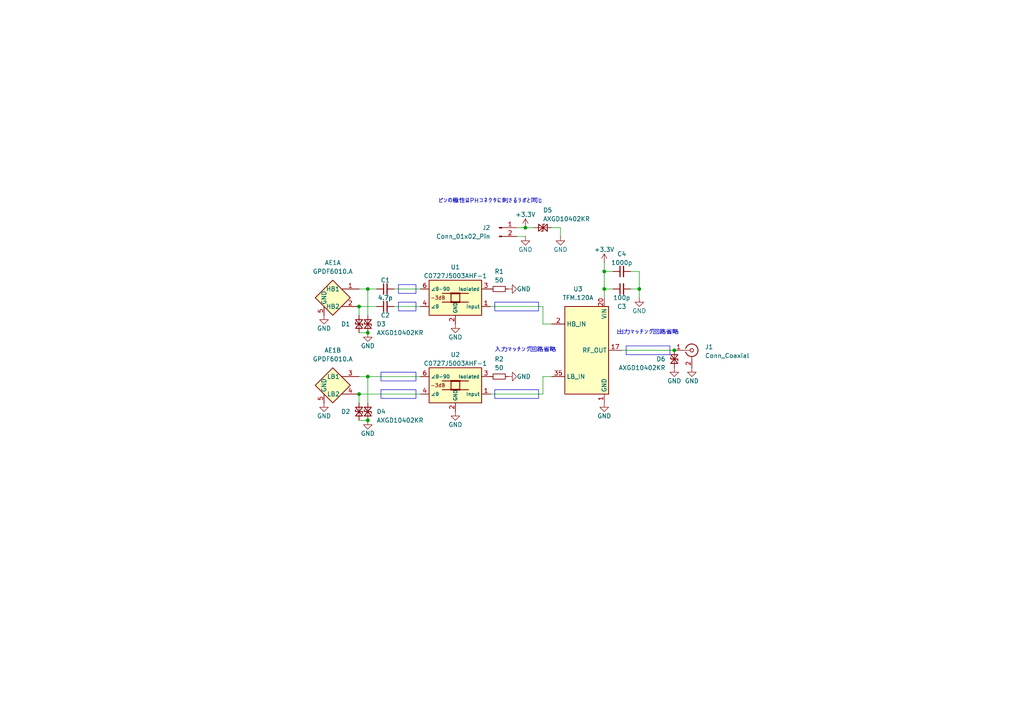
<source format=kicad_sch>
(kicad_sch (version 20231120) (generator "eeschema") (generator_version "8.0")
  (paper "A4")
  (lib_symbols
    (symbol "Connector:Conn_01x02_Pin" (pin_names (offset 1.016) hide)
      (property "Reference" "J" (at 0 2.54 0))
      (property "Value" "Conn_01x02_Pin" (at 0 -5.08 0))
      (symbol "Conn_01x02_Pin_1_1"
        (polyline (pts (xy 1.27 -2.54) (xy 0.8636 -2.54)) (stroke (width 0.1524)))
        (polyline (pts (xy 1.27 0) (xy 0.8636 0)) (stroke (width 0.1524)))
        (rectangle (start 0.8636 -2.413) (end 0 -2.667) (stroke (width 0.1524)) (fill (type outline)))
        (rectangle (start 0.8636 0.127) (end 0 -0.127) (stroke (width 0.1524)) (fill (type outline)))
        (pin passive line (at 5.08 0 180) (length 3.81) (name "Pin_1") (number "1"))
        (pin passive line (at 5.08 -2.54 180) (length 3.81) (name "Pin_2") (number "2"))
      )
    )
    (symbol "Connector:Conn_Coaxial" (pin_names (offset 1.016) hide)
      (property "Reference" "J" (at 0.254 3.048 0))
      (property "Value" "Conn_Coaxial" (at 2.921 0 90))
      (symbol "Conn_Coaxial_0_1"
        (arc (start -1.778 -0.508) (mid 0.2311 -1.8066) (end 1.778 0) (stroke (width 0.254)))
        (polyline (pts (xy -2.54 0) (xy -0.508 0)))
        (polyline (pts (xy 0 -2.54) (xy 0 -1.778)))
        (circle (center 0 0) (radius 0.508) (stroke (width 0.2032)))
        (arc (start 1.778 0) (mid 0.2099 1.8101) (end -1.778 0.508) (stroke (width 0.254)))
      )
      (symbol "Conn_Coaxial_1_1"
        (pin passive line (at -5.08 0 0) (length 2.54) (name "In") (number "1"))
        (pin passive line (at 0 -5.08 90) (length 2.54) (name "Ext") (number "2"))
      )
    )
    (symbol "Device:C_Small" (pin_numbers hide) (pin_names (offset 0.254) hide)
      (property "Reference" "C" (at 0.254 1.778 0))
      (property "Value" "C_Small" (at 0.254 -2.032 0))
      (symbol "C_Small_0_1"
        (polyline (pts (xy -1.524 -0.508) (xy 1.524 -0.508)) (stroke (width 0.3302)))
        (polyline (pts (xy -1.524 0.508) (xy 1.524 0.508)) (stroke (width 0.3048)))
      )
      (symbol "C_Small_1_1"
        (pin passive line (at 0 2.54 270) (length 2.032) (name "~") (number "1"))
        (pin passive line (at 0 -2.54 90) (length 2.032) (name "~") (number "2"))
      )
    )
    (symbol "Device:D_TVS_Small" (pin_numbers hide) (pin_names (offset 1.016) hide)
      (property "Reference" "D" (at 0 2.54 0))
      (property "Value" "D_TVS_Small" (at 0 -2.54 0))
      (symbol "D_TVS_Small_0_1"
        (polyline (pts (xy -1.27 0) (xy 1.27 0)))
        (polyline (pts (xy 0.508 1.016) (xy 0 1.016) (xy 0 -1.016) (xy -0.508 -1.016)) (stroke (width 0.254)))
        (polyline (pts (xy -1.27 1.016) (xy -1.27 -1.016) (xy 1.27 1.016) (xy 1.27 -1.016) (xy -1.27 1.016)) (stroke (width 0.254)))
      )
      (symbol "D_TVS_Small_1_1"
        (pin passive line (at -2.54 0 0) (length 1.27) (name "A1") (number "1"))
        (pin passive line (at 2.54 0 180) (length 1.27) (name "A2") (number "2"))
      )
    )
    (symbol "Device:R_Small" (pin_numbers hide) (pin_names (offset 0.254) hide)
      (property "Reference" "R" (at 0.762 0.508 0))
      (property "Value" "R_Small" (at 0.762 -1.016 0))
      (symbol "R_Small_0_1"
        (rectangle (start -0.762 1.778) (end 0.762 -1.778) (stroke (width 0.2032)))
      )
      (symbol "R_Small_1_1"
        (pin passive line (at 0 2.54 270) (length 0.762) (name "~") (number "1"))
        (pin passive line (at 0 -2.54 90) (length 0.762) (name "~") (number "2"))
      )
    )
    (symbol "RF_Antenna_extlib:GPDF6010.A"
      (property "Reference" "AE" (at 0 10.16 0))
      (property "Value" "GPDF6010.A" (at 0 7.62 0))
      (symbol "GPDF6010.A_0_1"
        (polyline (pts (xy 5.08 0) (xy 0 -5.08) (xy -5.08 0) (xy 0 5.08) (xy 5.08 0)) (stroke (width 0.254)) (fill (type background)))
      )
      (symbol "GPDF6010.A_1_1"
        (pin passive line (at 7.62 2.54 180) (length 5.08) (name "HB1") (number "1"))
        (pin passive line (at 7.62 -2.54 180) (length 5.08) (name "HB2") (number "2"))
        (pin passive line (at -2.54 -5.08 90) (length 2.54) (name "GND") (number "5"))
      )
      (symbol "GPDF6010.A_2_1"
        (pin passive line (at 7.62 2.54 180) (length 5.08) (name "LB1") (number "3"))
        (pin passive line (at 7.62 -2.54 180) (length 5.08) (name "LB2") (number "4"))
        (pin passive line (at -2.54 -5.08 90) (length 2.54) (name "GND") (number "5"))
      )
    )
    (symbol "RF_Converter_extlib:C0727J5003AHF-1"
      (property "Reference" "U" (at -6.35 6.35 0))
      (property "Value" "C0727J5003AHF-1" (at 5.08 6.35 0))
      (symbol "C0727J5003AHF-1_0_1"
        (rectangle (start -7.62 5.08) (end 7.62 -5.08) (stroke (width 0.254)) (fill (type background)))
      )
      (symbol "C0727J5003AHF-1_1_1"
        (polyline (pts (xy -1.27 -1.27) (xy 1.27 -1.27)) (stroke (width 0.508)))
        (polyline (pts (xy -1.27 1.27) (xy 1.27 1.27)) (stroke (width 0.508)))
        (polyline (pts (xy -3.81 -1.27) (xy -1.27 -1.27) (xy -1.27 1.27) (xy -3.81 1.27)) (stroke (width 0.254)))
        (polyline (pts (xy 3.81 1.27) (xy 1.27 1.27) (xy 1.27 -1.27) (xy 3.81 -1.27)) (stroke (width 0.254)))
        (text "-3dB" (at 5.08 0 0) (effects (font (size 1.016 1.016))))
        (pin input line (at -10.16 -2.54 0) (length 2.54) (name "Input") (number "1"))
        (pin power_in line (at 0 -7.62 90) (length 2.54) (name "GND") (number "2"))
        (pin output line (at -10.16 2.54 0) (length 2.54) (name "Isolated") (number "3"))
        (pin output line (at 10.16 -2.54 180) (length 2.54) (name "∠θ") (number "4"))
        (pin passive line (at 0 -7.62 90) (length 2.54) hide (name "GND") (number "5"))
        (pin output line (at 10.16 2.54 180) (length 2.54) (name "∠θ-90") (number "6"))
      )
    )
    (symbol "RF_FEM_extlib:TFM.120A"
      (property "Reference" "U" (at -5.08 16.51 0))
      (property "Value" "TFM.120A" (at -1.27 13.97 0))
      (symbol "TFM.120A_1_1"
        (rectangle (start -6.35 12.7) (end 6.35 -12.7) (stroke (width 0.254)) (fill (type background)))
        (pin power_in line (at 5.08 -15.24 90) (length 2.54) (name "GND") (number "1"))
        (pin passive line (at 5.08 -15.24 90) (length 2.54) hide (name "GND") (number "10"))
        (pin passive line (at 5.08 -15.24 90) (length 2.54) hide (name "GND") (number "11"))
        (pin passive line (at 5.08 -15.24 90) (length 2.54) hide (name "GND") (number "12"))
        (pin passive line (at 5.08 -15.24 90) (length 2.54) hide (name "GND") (number "13"))
        (pin passive line (at 5.08 -15.24 90) (length 2.54) hide (name "GND") (number "14"))
        (pin passive line (at 5.08 -15.24 90) (length 2.54) hide (name "GND") (number "15"))
        (pin passive line (at 5.08 -15.24 90) (length 2.54) hide (name "GND") (number "16"))
        (pin output line (at 10.16 0 180) (length 3.81) (name "RF_OUT") (number "17"))
        (pin passive line (at 5.08 -15.24 90) (length 2.54) hide (name "GND") (number "18"))
        (pin passive line (at 5.08 -15.24 90) (length 2.54) hide (name "GND") (number "19"))
        (pin input line (at -10.16 7.62 0) (length 3.81) (name "HB_IN") (number "2"))
        (pin power_in line (at 5.08 15.24 270) (length 2.54) (name "VIN") (number "20"))
        (pin passive line (at 5.08 -15.24 90) (length 2.54) hide (name "GND") (number "21"))
        (pin passive line (at 5.08 -15.24 90) (length 2.54) hide (name "GND") (number "22"))
        (pin passive line (at 5.08 -15.24 90) (length 2.54) hide (name "GND") (number "23"))
        (pin passive line (at 5.08 -15.24 90) (length 2.54) hide (name "GND") (number "24"))
        (pin passive line (at 5.08 -15.24 90) (length 2.54) hide (name "GND") (number "25"))
        (pin passive line (at 5.08 -15.24 90) (length 2.54) hide (name "GND") (number "26"))
        (pin passive line (at 5.08 -15.24 90) (length 2.54) hide (name "GND") (number "27"))
        (pin passive line (at 5.08 -15.24 90) (length 2.54) hide (name "GND") (number "28"))
        (pin passive line (at 5.08 -15.24 90) (length 2.54) hide (name "GND") (number "29"))
        (pin passive line (at 5.08 -15.24 90) (length 2.54) hide (name "GND") (number "3"))
        (pin passive line (at 5.08 -15.24 90) (length 2.54) hide (name "GND") (number "30"))
        (pin passive line (at 5.08 -15.24 90) (length 2.54) hide (name "GND") (number "31"))
        (pin passive line (at 5.08 -15.24 90) (length 2.54) hide (name "GND") (number "32"))
        (pin passive line (at 5.08 -15.24 90) (length 2.54) hide (name "GND") (number "33"))
        (pin passive line (at 5.08 -15.24 90) (length 2.54) hide (name "GND") (number "34"))
        (pin input line (at -10.16 -7.62 0) (length 3.81) (name "LB_IN") (number "35"))
        (pin passive line (at 5.08 -15.24 90) (length 2.54) hide (name "GND") (number "36"))
        (pin passive line (at 5.08 -15.24 90) (length 2.54) hide (name "GND") (number "4"))
        (pin passive line (at 5.08 -15.24 90) (length 2.54) hide (name "GND") (number "5"))
        (pin passive line (at 5.08 -15.24 90) (length 2.54) hide (name "GND") (number "6"))
        (pin passive line (at 5.08 -15.24 90) (length 2.54) hide (name "GND") (number "7"))
        (pin passive line (at 5.08 -15.24 90) (length 2.54) hide (name "GND") (number "8"))
        (pin passive line (at 5.08 -15.24 90) (length 2.54) hide (name "GND") (number "9"))
      )
    )
    (symbol "power:+3.3V" (power) (pin_numbers hide) (pin_names (offset 0) hide)
      (property "Value" "+3.3V" (at 0 3.556 0))
      (symbol "+3.3V_0_1"
        (polyline (pts (xy -0.762 1.27) (xy 0 2.54)))
        (polyline (pts (xy 0 0) (xy 0 2.54)))
        (polyline (pts (xy 0 2.54) (xy 0.762 1.27)))
      )
      (symbol "+3.3V_1_1"
        (pin power_in line (at 0 0 90) (length 0) (name "~") (number "1"))
      )
    )
    (symbol "power:GND" (power) (pin_numbers hide) (pin_names (offset 0) hide)
      (property "Value" "GND" (at 0 -3.81 0))
      (symbol "GND_0_1"
        (polyline (pts (xy 0 0) (xy 0 -1.27) (xy 1.27 -1.27) (xy 0 -2.54) (xy -1.27 -1.27) (xy 0 -1.27)))
      )
      (symbol "GND_1_1"
        (pin power_in line (at 0 0 270) (length 0) (name "~") (number "1"))
      )
    )
  )
  (junction (at 175.26 83.82))
  (junction (at 152.4 66.04))
  (junction (at 175.26 78.74))
  (junction (at 106.68 109.22))
  (junction (at 195.58 101.6))
  (junction (at 106.68 83.82))
  (junction (at 104.14 114.3))
  (junction (at 185.42 83.82))
  (junction (at 106.68 121.92))
  (junction (at 106.68 96.52))
  (junction (at 104.14 88.9))
  (wire (pts (xy 182.88 78.74) (xy 185.42 78.74)))
  (wire (pts (xy 104.14 114.3) (xy 104.14 116.84)))
  (wire (pts (xy 157.48 88.9) (xy 157.48 93.98)))
  (wire (pts (xy 162.56 66.04) (xy 162.56 68.58)))
  (wire (pts (xy 157.48 109.22) (xy 160.02 109.22)))
  (wire (pts (xy 157.48 114.3) (xy 157.48 109.22)))
  (wire (pts (xy 175.26 83.82) (xy 177.8 83.82)))
  (wire (pts (xy 185.42 83.82) (xy 182.88 83.82)))
  (wire (pts (xy 185.42 86.36) (xy 185.42 83.82)))
  (wire (pts (xy 160.02 66.04) (xy 162.56 66.04)))
  (wire (pts (xy 104.14 109.22) (xy 106.68 109.22)))
  (wire (pts (xy 175.26 76.2) (xy 175.26 78.74)))
  (wire (pts (xy 149.86 68.58) (xy 152.4 68.58)))
  (wire (pts (xy 142.24 114.3) (xy 157.48 114.3)))
  (wire (pts (xy 106.68 83.82) (xy 106.68 91.44)))
  (wire (pts (xy 104.14 96.52) (xy 106.68 96.52)))
  (wire (pts (xy 180.34 101.6) (xy 195.58 101.6)))
  (wire (pts (xy 104.14 121.92) (xy 106.68 121.92)))
  (wire (pts (xy 157.48 93.98) (xy 160.02 93.98)))
  (wire (pts (xy 104.14 83.82) (xy 106.68 83.82)))
  (wire (pts (xy 114.3 83.82) (xy 121.92 83.82)))
  (wire (pts (xy 175.26 83.82) (xy 175.26 86.36)))
  (wire (pts (xy 106.68 83.82) (xy 109.22 83.82)))
  (wire (pts (xy 149.86 66.04) (xy 152.4 66.04)))
  (wire (pts (xy 106.68 109.22) (xy 121.92 109.22)))
  (wire (pts (xy 175.26 78.74) (xy 177.8 78.74)))
  (wire (pts (xy 175.26 78.74) (xy 175.26 83.82)))
  (wire (pts (xy 104.14 88.9) (xy 104.14 91.44)))
  (wire (pts (xy 185.42 78.74) (xy 185.42 83.82)))
  (wire (pts (xy 114.3 88.9) (xy 121.92 88.9)))
  (wire (pts (xy 104.14 114.3) (xy 121.92 114.3)))
  (wire (pts (xy 104.14 88.9) (xy 109.22 88.9)))
  (wire (pts (xy 106.68 109.22) (xy 106.68 116.84)))
  (wire (pts (xy 152.4 66.04) (xy 154.94 66.04)))
  (wire (pts (xy 142.24 88.9) (xy 157.48 88.9)))
  (rectangle (start 143.51 87.63) (end 156.21 90.17))
  (rectangle (start 115.57 82.55) (end 120.65 85.09))
  (rectangle (start 110.49 113.03) (end 120.65 115.57))
  (rectangle (start 115.57 87.63) (end 120.65 90.17))
  (rectangle (start 110.49 107.95) (end 120.65 110.49))
  (rectangle (start 143.51 113.03) (end 156.21 115.57))
  (rectangle (start 181.61 100.33) (end 194.31 102.87))
  (text "ピンの極性はPHコネクタに刺さるリポと同じ" (at 142.24 58.42 0) (effects (font (size 1.27 1.27))))
  (text "出力マッチング回路省略" (at 187.96 96.52 0) (effects (font (size 1.27 1.27))))
  (text "入力マッチング回路省略" (at 152.4 101.6 0) (effects (font (size 1.27 1.27))))
  (symbol (lib_id "Device:C_Small") (at 180.34 83.82 90) (unit 1)
    (property "Reference" "C3" (at 180.34 88.9 90))
    (property "Value" "100p" (at 180.34 86.36 90))
    (property "Footprint" "Capacitor_SMD_extlib:C_Murata_xxx15_0402_1005Metric_1.0x0.5mm" (effects (hide yes)))
    (property "Description" "Unpolarized capacitor, small symbol" (effects (hide yes)))
  )
  (symbol (lib_id "Device:R_Small") (at 144.78 83.82 90) (unit 1)
    (property "Reference" "R1" (at 144.78 78.74 90))
    (property "Value" "50" (at 144.78 81.28 90))
    (property "Footprint" "Resistor_SMD:R_0402_1005Metric" (effects (hide yes)))
    (property "Description" "Resistor, small symbol" (effects (hide yes)))
  )
  (symbol (lib_id "Device:D_TVS_Small") (at 106.68 93.98 90) (unit 1)
    (property "Reference" "D3" (at 109.22 93.98 90) (effects (justify right)))
    (property "Value" "AXGD10402KR" (at 109.22 96.52 90) (effects (justify right)))
    (property "Footprint" "Diode_SMD_extlib:D_Littelfuse_AXGD10402KR_0402_1005Metric_1.02x0.51mm" (effects (hide yes)))
    (property "Description" "Bidirectional transient-voltage-suppression diode, small symbol" (effects (hide yes)))
  )
  (symbol (lib_id "Connector:Conn_Coaxial") (at 200.66 101.6 0) (unit 1)
    (property "Reference" "J1" (at 204.47 100.6231 0) (effects (justify left)))
    (property "Value" "Conn_Coaxial" (at 204.47 103.1631 0) (effects (justify left)))
    (property "Footprint" "Connector_Coaxial:U.FL_Hirose_U.FL-R-SMT-1_Vertical" (effects (hide yes)))
    (property "Description" "coaxial connector (BNC, SMA, SMB, SMC, Cinch/RCA, LEMO, ...)" (effects (hide yes)))
  )
  (symbol (lib_id "Device:D_TVS_Small") (at 157.48 66.04 180) (unit 1)
    (property "Reference" "D5" (at 157.48 60.96 0) (effects (justify right)))
    (property "Value" "AXGD10402KR" (at 157.48 63.5 0) (effects (justify right)))
    (property "Footprint" "Diode_SMD_extlib:D_Littelfuse_AXGD10402KR_0402_1005Metric_1.02x0.51mm" (effects (hide yes)))
    (property "Description" "Bidirectional transient-voltage-suppression diode, small symbol" (effects (hide yes)))
  )
  (symbol (lib_id "RF_Converter_extlib:C0727J5003AHF-1") (at 132.08 86.36 0) (mirror y) (unit 1)
    (property "Reference" "U1" (at 132.08 77.47 0))
    (property "Value" "C0727J5003AHF-1" (at 132.08 80.01 0))
    (property "Footprint" "RF_Converter_extlib:Xinger_0805_2012Metric-6_Pad0.33x0.35mm" (effects (hide yes)))
    (property "Datasheet" "https://cdn.ttm.com/repository/products/wireless-xinger/3db-hybrid-couplers/C0727J5003AHF/C0727J5003AHF.pdf" (effects (hide yes)))
    (property "Description" "0.70-2.70GHz 3dB 90deg Hybrid Coupler, Xinger 0805" (effects (hide yes)))
  )
  (symbol (lib_id "power:GND") (at 106.68 121.92 0) (unit 1)
    (property "Reference" "#PWR04" (effects (hide yes)))
    (property "Value" "GND" (at 106.68 125.73 0))
    (property "Description" "Power symbol creates a global label with name \"GND\" , ground" (effects (hide yes)))
  )
  (symbol (lib_id "Device:D_TVS_Small") (at 195.58 104.14 90) (unit 1)
    (property "Reference" "D6" (at 193.04 104.14 90) (effects (justify left)))
    (property "Value" "AXGD10402KR" (at 193.04 106.68 90) (effects (justify left)))
    (property "Footprint" "Diode_SMD_extlib:D_Littelfuse_AXGD10402KR_0402_1005Metric_1.02x0.51mm" (effects (hide yes)))
    (property "Description" "Bidirectional transient-voltage-suppression diode, small symbol" (effects (hide yes)))
  )
  (symbol (lib_id "power:GND") (at 93.98 116.84 0) (unit 1)
    (property "Reference" "#PWR02" (effects (hide yes)))
    (property "Value" "GND" (at 93.98 120.65 0))
    (property "Description" "Power symbol creates a global label with name \"GND\" , ground" (effects (hide yes)))
  )
  (symbol (lib_id "Device:D_TVS_Small") (at 106.68 119.38 90) (unit 1)
    (property "Reference" "D4" (at 109.22 119.38 90) (effects (justify right)))
    (property "Value" "AXGD10402KR" (at 109.22 121.92 90) (effects (justify right)))
    (property "Footprint" "Diode_SMD_extlib:D_Littelfuse_AXGD10402KR_0402_1005Metric_1.02x0.51mm" (effects (hide yes)))
    (property "Description" "Bidirectional transient-voltage-suppression diode, small symbol" (effects (hide yes)))
  )
  (symbol (lib_id "power:GND") (at 147.32 83.82 90) (unit 1)
    (property "Reference" "#PWR07" (effects (hide yes)))
    (property "Value" "GND" (at 149.86 83.82 90) (effects (justify right)))
    (property "Description" "Power symbol creates a global label with name \"GND\" , ground" (effects (hide yes)))
  )
  (symbol (lib_id "power:+3.3V") (at 175.26 76.2 0) (unit 1)
    (property "Reference" "#PWR010" (effects (hide yes)))
    (property "Value" "+3.3V" (at 175.26 72.39 0))
    (property "Description" "Power symbol creates a global label with name \"+3.3V\"" (effects (hide yes)))
  )
  (symbol (lib_id "power:GND") (at 147.32 109.22 90) (unit 1)
    (property "Reference" "#PWR08" (effects (hide yes)))
    (property "Value" "GND" (at 149.86 109.22 90) (effects (justify right)))
    (property "Description" "Power symbol creates a global label with name \"GND\" , ground" (effects (hide yes)))
  )
  (symbol (lib_id "power:+3.3V") (at 152.4 66.04 0) (unit 1)
    (property "Reference" "#PWR013" (effects (hide yes)))
    (property "Value" "+3.3V" (at 152.4 62.23 0))
    (property "Description" "Power symbol creates a global label with name \"+3.3V\"" (effects (hide yes)))
  )
  (symbol (lib_id "Device:D_TVS_Small") (at 104.14 93.98 270) (unit 1)
    (property "Reference" "D1" (at 101.6 93.98 90) (effects (justify right)))
    (property "Value" "AXGD10402KR" (effects (hide yes)))
    (property "Footprint" "Diode_SMD_extlib:D_Littelfuse_AXGD10402KR_0402_1005Metric_1.02x0.51mm" (effects (hide yes)))
    (property "Description" "Bidirectional transient-voltage-suppression diode, small symbol" (effects (hide yes)))
  )
  (symbol (lib_id "power:GND") (at 195.58 106.68 0) (unit 1)
    (property "Reference" "#PWR016" (effects (hide yes)))
    (property "Value" "GND" (at 195.58 110.49 0))
    (property "Description" "Power symbol creates a global label with name \"GND\" , ground" (effects (hide yes)))
  )
  (symbol (lib_id "Device:R_Small") (at 144.78 109.22 90) (unit 1)
    (property "Reference" "R2" (at 144.78 104.14 90))
    (property "Value" "50" (at 144.78 106.68 90))
    (property "Footprint" "Resistor_SMD:R_0402_1005Metric" (effects (hide yes)))
    (property "Description" "Resistor, small symbol" (effects (hide yes)))
  )
  (symbol (lib_id "RF_FEM_extlib:TFM.120A") (at 170.18 101.6 0) (unit 1)
    (property "Reference" "U3" (at 167.64 83.82 0))
    (property "Value" "TFM.120A" (at 167.64 86.36 0))
    (property "Footprint" "RF_FEM_extlib:Taoglas_TFM.120A_GNSS" (effects (hide yes)))
    (property "Datasheet" "https://www.taoglas.com/product/smd-gnss-front-end-multiband-gnss-lband/" (effects (hide yes)))
    (property "Description" "Surface Mount GNSS front end covering the full Multiband GNSS Spectrum including L-Band" (effects (hide yes)))
  )
  (symbol (lib_id "Device:C_Small") (at 111.76 83.82 90) (unit 1)
    (property "Reference" "C1" (at 111.76 81.28 90))
    (property "Value" "4.7p" (at 111.76 86.36 90))
    (property "Footprint" "Capacitor_SMD_extlib:C_Murata_xxx15_0402_1005Metric_1.0x0.5mm" (effects (hide yes)))
    (property "Description" "Unpolarized capacitor, small symbol" (effects (hide yes)))
  )
  (symbol (lib_id "power:GND") (at 175.26 116.84 0) (unit 1)
    (property "Reference" "#PWR09" (effects (hide yes)))
    (property "Value" "GND" (at 175.26 120.65 0))
    (property "Description" "Power symbol creates a global label with name \"GND\" , ground" (effects (hide yes)))
  )
  (symbol (lib_id "Device:C_Small") (at 180.34 78.74 90) (unit 1)
    (property "Reference" "C4" (at 180.34 73.66 90))
    (property "Value" "1000p" (at 180.34 76.2 90))
    (property "Footprint" "Capacitor_SMD_extlib:C_Murata_xxx15_0402_1005Metric_1.0x0.5mm" (effects (hide yes)))
    (property "Description" "Unpolarized capacitor, small symbol" (effects (hide yes)))
  )
  (symbol (lib_id "RF_Converter_extlib:C0727J5003AHF-1") (at 132.08 111.76 0) (mirror y) (unit 1)
    (property "Reference" "U2" (at 132.08 102.87 0))
    (property "Value" "C0727J5003AHF-1" (at 132.08 105.41 0))
    (property "Footprint" "RF_Converter_extlib:Xinger_0805_2012Metric-6_Pad0.33x0.35mm" (effects (hide yes)))
    (property "Datasheet" "https://cdn.ttm.com/repository/products/wireless-xinger/3db-hybrid-couplers/C0727J5003AHF/C0727J5003AHF.pdf" (effects (hide yes)))
    (property "Description" "0.70-2.70GHz 3dB 90deg Hybrid Coupler, Xinger 0805" (effects (hide yes)))
  )
  (symbol (lib_id "Device:C_Small") (at 111.76 88.9 90) (mirror x) (unit 1)
    (property "Reference" "C2" (at 111.76 91.44 90))
    (property "Value" "4.7p" (at 111.76 86.36 90))
    (property "Footprint" "Capacitor_SMD_extlib:C_Murata_xxx15_0402_1005Metric_1.0x0.5mm" (effects (hide yes)))
    (property "Description" "Unpolarized capacitor, small symbol" (effects (hide yes)))
  )
  (symbol (lib_id "Device:D_TVS_Small") (at 104.14 119.38 270) (unit 1)
    (property "Reference" "D2" (at 101.6 119.38 90) (effects (justify right)))
    (property "Value" "AXGD10402KR" (effects (hide yes)))
    (property "Footprint" "Diode_SMD_extlib:D_Littelfuse_AXGD10402KR_0402_1005Metric_1.02x0.51mm" (effects (hide yes)))
    (property "Description" "Bidirectional transient-voltage-suppression diode, small symbol" (effects (hide yes)))
  )
  (symbol (lib_id "power:GND") (at 152.4 68.58 0) (unit 1)
    (property "Reference" "#PWR014" (effects (hide yes)))
    (property "Value" "GND" (at 152.4 72.39 0))
    (property "Description" "Power symbol creates a global label with name \"GND\" , ground" (effects (hide yes)))
  )
  (symbol (lib_id "power:GND") (at 106.68 96.52 0) (unit 1)
    (property "Reference" "#PWR03" (effects (hide yes)))
    (property "Value" "GND" (at 106.68 100.33 0))
    (property "Description" "Power symbol creates a global label with name \"GND\" , ground" (effects (hide yes)))
  )
  (symbol (lib_id "power:GND") (at 162.56 68.58 0) (unit 1)
    (property "Reference" "#PWR015" (effects (hide yes)))
    (property "Value" "GND" (at 162.56 72.39 0))
    (property "Description" "Power symbol creates a global label with name \"GND\" , ground" (effects (hide yes)))
  )
  (symbol (lib_id "power:GND") (at 185.42 86.36 0) (unit 1)
    (property "Reference" "#PWR011" (effects (hide yes)))
    (property "Value" "GND" (at 185.42 90.17 0))
    (property "Description" "Power symbol creates a global label with name \"GND\" , ground" (effects (hide yes)))
  )
  (symbol (lib_id "power:GND") (at 93.98 91.44 0) (unit 1)
    (property "Reference" "#PWR01" (effects (hide yes)))
    (property "Value" "GND" (at 93.98 95.25 0))
    (property "Description" "Power symbol creates a global label with name \"GND\" , ground" (effects (hide yes)))
  )
  (symbol (lib_id "power:GND") (at 132.08 93.98 0) (unit 1)
    (property "Reference" "#PWR05" (effects (hide yes)))
    (property "Value" "GND" (at 132.08 97.79 0))
    (property "Description" "Power symbol creates a global label with name \"GND\" , ground" (effects (hide yes)))
  )
  (symbol (lib_id "RF_Antenna_extlib:GPDF6010.A") (at 96.52 86.36 0) (unit 1)
    (property "Reference" "AE1" (at 96.52 76.2 0))
    (property "Value" "GPDF6010.A" (at 96.52 78.74 0))
    (property "Footprint" "RF_Antenna_extlib:Taoglas_GPDF6010.A_GNSS" (effects (hide yes)))
    (property "Datasheet" "https://www.taoglas.com/datasheets/GPDF6010.A.pdf" (effects (hide yes)))
    (property "Description" "Passive All-band High Precision GNSS Stacked Dual Pin Dual Feed Patch Antenna" (effects (hide yes)))
  )
  (symbol (lib_id "Connector:Conn_01x02_Pin") (at 144.78 66.04 0) (unit 1)
    (property "Reference" "J2" (at 142.24 66.04 0) (effects (justify right)))
    (property "Value" "Conn_01x02_Pin" (at 142.24 68.58 0) (effects (justify right)))
    (property "Footprint" "Connector_PinHeader_2.54mm:PinHeader_1x02_P2.54mm_Vertical" (effects (hide yes)))
    (property "Description" "Generic connector, single row, 01x02, script generated" (effects (hide yes)))
  )
  (symbol (lib_id "power:GND") (at 132.08 119.38 0) (unit 1)
    (property "Reference" "#PWR06" (effects (hide yes)))
    (property "Value" "GND" (at 132.08 123.19 0))
    (property "Description" "Power symbol creates a global label with name \"GND\" , ground" (effects (hide yes)))
  )
  (symbol (lib_id "power:GND") (at 200.66 106.68 0) (unit 1)
    (property "Reference" "#PWR012" (effects (hide yes)))
    (property "Value" "GND" (at 200.66 110.49 0))
    (property "Description" "Power symbol creates a global label with name \"GND\" , ground" (effects (hide yes)))
  )
  (symbol (lib_id "RF_Antenna_extlib:GPDF6010.A") (at 96.52 111.76 0) (unit 2)
    (property "Reference" "AE1" (at 96.52 101.6 0))
    (property "Value" "GPDF6010.A" (at 96.52 104.14 0))
    (property "Footprint" "RF_Antenna_extlib:Taoglas_GPDF6010.A_GNSS" (effects (hide yes)))
    (property "Datasheet" "https://www.taoglas.com/datasheets/GPDF6010.A.pdf" (effects (hide yes)))
    (property "Description" "Passive All-band High Precision GNSS Stacked Dual Pin Dual Feed Patch Antenna" (effects (hide yes)))
  )
)
</source>
